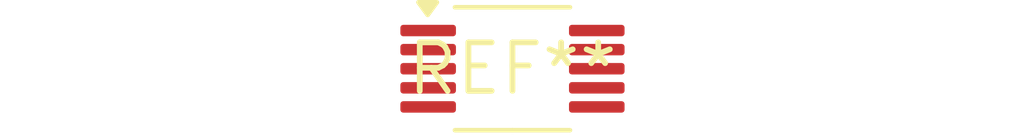
<source format=kicad_pcb>
(kicad_pcb (version 20240108) (generator pcbnew)
  (layers (0 "F.Cu" signal) (31 "B.Cu" signal) (34 "B.Paste" user) (35 "F.Paste" user) (36 "B.SilkS" user "B.Silkscreen") (37 "F.SilkS" user "F.Silkscreen") (38 "B.Mask" user) (39 "F.Mask" user) (44 "Edge.Cuts" user))
  (net 0 "")
  (footprint "VSSOP-10_3x3mm_P0.5mm" (layer "F.Cu") (at 0 0)
    (property "Reference" "REF**")
    (property "Value" "VSSOP-10_3x3mm_P0.5mm")
    (fp_line (start 0 -1.61) (end -1.5 -1.61) (layer "F.SilkS") (stroke (width 0.12)))
    (fp_line (start 0 -1.61) (end 1.5 -1.61) (layer "F.SilkS") (stroke (width 0.12)))
    (fp_line (start 0 1.61) (end -1.5 1.61) (layer "F.SilkS") (stroke (width 0.12)))
    (fp_line (start 0 1.61) (end 1.5 1.61) (layer "F.SilkS") (stroke (width 0.12)))
    (fp_poly (pts (xy -2.2125 -1.41) (xy -2.4525 -1.74) (xy -1.9725 -1.74) (xy -2.2125 -1.41)) (layer "F.SilkS") (stroke (width 0.12)) (fill solid))
    (pad "1" smd roundrect (at -2.2 -1) (size 1.45 0.3) (layers "F.Cu" "F.Paste" "F.Mask"))
    (pad "2" smd roundrect (at -2.2 -0.5) (size 1.45 0.3) (layers "F.Cu" "F.Paste" "F.Mask"))
    (pad "3" smd roundrect (at -2.2 0) (size 1.45 0.3) (layers "F.Cu" "F.Paste" "F.Mask"))
    (pad "4" smd roundrect (at -2.2 0.5) (size 1.45 0.3) (layers "F.Cu" "F.Paste" "F.Mask"))
    (pad "5" smd roundrect (at -2.2 1) (size 1.45 0.3) (layers "F.Cu" "F.Paste" "F.Mask"))
    (pad "6" smd roundrect (at 2.2 1) (size 1.45 0.3) (layers "F.Cu" "F.Paste" "F.Mask"))
    (pad "7" smd roundrect (at 2.2 0.5) (size 1.45 0.3) (layers "F.Cu" "F.Paste" "F.Mask"))
    (pad "8" smd roundrect (at 2.2 0) (size 1.45 0.3) (layers "F.Cu" "F.Paste" "F.Mask"))
    (pad "9" smd roundrect (at 2.2 -0.5) (size 1.45 0.3) (layers "F.Cu" "F.Paste" "F.Mask"))
    (pad "10" smd roundrect (at 2.2 -1) (size 1.45 0.3) (layers "F.Cu" "F.Paste" "F.Mask"))
  )
)
</source>
